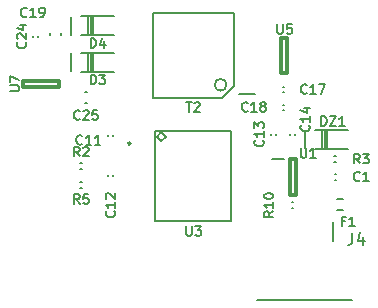
<source format=gbr>
G04 #@! TF.GenerationSoftware,KiCad,Pcbnew,6.0.0-rc1-unknown-5edf350~66~ubuntu18.10.1*
G04 #@! TF.CreationDate,2019-02-07T09:47:30-05:00
G04 #@! TF.ProjectId,current_sensor,63757272-656e-4745-9f73-656e736f722e,rev?*
G04 #@! TF.SameCoordinates,Original*
G04 #@! TF.FileFunction,Legend,Top*
G04 #@! TF.FilePolarity,Positive*
%FSLAX46Y46*%
G04 Gerber Fmt 4.6, Leading zero omitted, Abs format (unit mm)*
G04 Created by KiCad (PCBNEW 6.0.0-rc1-unknown-5edf350~66~ubuntu18.10.1) date 2019-02-07 09:47:30*
%MOMM*%
%LPD*%
G04 APERTURE LIST*
%ADD10C,0.150000*%
%ADD11C,0.350000*%
G04 APERTURE END LIST*
D10*
X147500000Y-76100000D02*
X150300000Y-76100000D01*
X148100000Y-76100000D02*
X148100000Y-77700000D01*
X148300000Y-77700000D02*
X148300000Y-76100000D01*
X148500000Y-76100000D02*
X148500000Y-77700000D01*
X150300000Y-77700000D02*
X147500000Y-77700000D01*
X146650000Y-76150000D02*
X146650000Y-77650000D01*
X165471000Y-88754000D02*
X165329000Y-88754000D01*
X165329000Y-88754000D02*
X165471000Y-88754000D01*
X165471000Y-89246000D02*
X165329000Y-89246000D01*
X165329000Y-89246000D02*
X165471000Y-89246000D01*
X169129000Y-89371000D02*
X169671000Y-89371000D01*
X169671000Y-89371000D02*
X169129000Y-89371000D01*
X169129000Y-88429000D02*
X169671000Y-88429000D01*
X169671000Y-88429000D02*
X169129000Y-88429000D01*
X166450000Y-82650000D02*
X166450000Y-84150000D01*
X170100000Y-84200000D02*
X167300000Y-84200000D01*
X168300000Y-82600000D02*
X168300000Y-84200000D01*
X168100000Y-84200000D02*
X168100000Y-82600000D01*
X167900000Y-82600000D02*
X167900000Y-84200000D01*
X167300000Y-82600000D02*
X170100000Y-82600000D01*
X169046000Y-86379000D02*
X168954000Y-86379000D01*
X168954000Y-86379000D02*
X169046000Y-86379000D01*
X169046000Y-86821000D02*
X168954000Y-86821000D01*
X168954000Y-86821000D02*
X169046000Y-86821000D01*
X168800000Y-92000000D02*
X168800000Y-90400000D01*
X170400000Y-97000000D02*
X162400000Y-97000000D01*
X164650000Y-85100000D02*
X163650000Y-85100000D01*
D11*
X165150000Y-85100000D02*
X165650000Y-85100000D01*
X165650000Y-85100000D02*
X165650000Y-88100000D01*
X165650000Y-88100000D02*
X165150000Y-88100000D01*
X165150000Y-88100000D02*
X165150000Y-85100000D01*
D10*
X159400000Y-79900000D02*
X153600000Y-79900000D01*
X153600000Y-79900000D02*
X153600000Y-72700000D01*
X153600000Y-72700000D02*
X160400000Y-72700000D01*
X160400000Y-72700000D02*
X160400000Y-78900000D01*
X160400000Y-78900000D02*
X159400000Y-79900000D01*
X162200000Y-79600000D02*
X160900000Y-79600000D01*
X160900000Y-79600000D02*
X160900000Y-79600000D01*
X159800000Y-78800000D02*
G75*
G03X159800000Y-78800000I-500000J0D01*
G01*
X163579000Y-82954000D02*
X163579000Y-83046000D01*
X163579000Y-83046000D02*
X163579000Y-82954000D01*
X164021000Y-82954000D02*
X164021000Y-83046000D01*
X164021000Y-83046000D02*
X164021000Y-82954000D01*
X150221000Y-83146000D02*
X150221000Y-83054000D01*
X150221000Y-83054000D02*
X150221000Y-83146000D01*
X149779000Y-83146000D02*
X149779000Y-83054000D01*
X149779000Y-83054000D02*
X149779000Y-83146000D01*
X150221000Y-86546000D02*
X150221000Y-86454000D01*
X150221000Y-86454000D02*
X150221000Y-86546000D01*
X149779000Y-86546000D02*
X149779000Y-86454000D01*
X149779000Y-86454000D02*
X149779000Y-86546000D01*
X143821000Y-74746000D02*
X143821000Y-74654000D01*
X143821000Y-74654000D02*
X143821000Y-74746000D01*
X143379000Y-74746000D02*
X143379000Y-74654000D01*
X143379000Y-74654000D02*
X143379000Y-74746000D01*
X164554000Y-80921000D02*
X164646000Y-80921000D01*
X164646000Y-80921000D02*
X164554000Y-80921000D01*
X164554000Y-80479000D02*
X164646000Y-80479000D01*
X164646000Y-80479000D02*
X164554000Y-80479000D01*
X164646000Y-78979000D02*
X164554000Y-78979000D01*
X164554000Y-78979000D02*
X164646000Y-78979000D01*
X164646000Y-79421000D02*
X164554000Y-79421000D01*
X164554000Y-79421000D02*
X164646000Y-79421000D01*
X165179000Y-82954000D02*
X165179000Y-83046000D01*
X165179000Y-83046000D02*
X165179000Y-82954000D01*
X165621000Y-82954000D02*
X165621000Y-83046000D01*
X165621000Y-83046000D02*
X165621000Y-82954000D01*
X144829000Y-74429000D02*
X144829000Y-74571000D01*
X144829000Y-74571000D02*
X144829000Y-74429000D01*
X145771000Y-74429000D02*
X145771000Y-74571000D01*
X145771000Y-74571000D02*
X145771000Y-74429000D01*
X147829000Y-80371000D02*
X147971000Y-80371000D01*
X147971000Y-80371000D02*
X147829000Y-80371000D01*
X147829000Y-79429000D02*
X147971000Y-79429000D01*
X147971000Y-79429000D02*
X147829000Y-79429000D01*
X168929000Y-85346000D02*
X169071000Y-85346000D01*
X169071000Y-85346000D02*
X168929000Y-85346000D01*
X168929000Y-84854000D02*
X169071000Y-84854000D01*
X169071000Y-84854000D02*
X168929000Y-84854000D01*
X147571000Y-87054000D02*
X147429000Y-87054000D01*
X147429000Y-87054000D02*
X147571000Y-87054000D01*
X147571000Y-87546000D02*
X147429000Y-87546000D01*
X147429000Y-87546000D02*
X147571000Y-87546000D01*
X147571000Y-85454000D02*
X147429000Y-85454000D01*
X147429000Y-85454000D02*
X147571000Y-85454000D01*
X147571000Y-85946000D02*
X147429000Y-85946000D01*
X147429000Y-85946000D02*
X147571000Y-85946000D01*
X160217000Y-82675000D02*
X153783000Y-82675000D01*
X153783000Y-82675000D02*
X153783000Y-90325000D01*
X153783000Y-90325000D02*
X160217000Y-90325000D01*
X160217000Y-90325000D02*
X160217000Y-82675000D01*
X151452000Y-83741000D02*
X151579000Y-83614000D01*
X151579000Y-83614000D02*
X151706000Y-83741000D01*
X151706000Y-83741000D02*
X151579000Y-83868000D01*
X151579000Y-83868000D02*
X151452000Y-83741000D01*
X153910000Y-83183000D02*
X154291000Y-82802000D01*
X154291000Y-82802000D02*
X154672000Y-83183000D01*
X154672000Y-83183000D02*
X154291000Y-83564000D01*
X154291000Y-83564000D02*
X153910000Y-83183000D01*
X146650000Y-73050000D02*
X146650000Y-74550000D01*
X150300000Y-74600000D02*
X147500000Y-74600000D01*
X148500000Y-73000000D02*
X148500000Y-74600000D01*
X148300000Y-74600000D02*
X148300000Y-73000000D01*
X148100000Y-73000000D02*
X148100000Y-74600000D01*
X147500000Y-73000000D02*
X150300000Y-73000000D01*
D11*
X142600000Y-78450000D02*
X145600000Y-78450000D01*
X142600000Y-78950000D02*
X142600000Y-78450000D01*
X145600000Y-78950000D02*
X142600000Y-78950000D01*
X145600000Y-78450000D02*
X145600000Y-78950000D01*
X164450000Y-74800000D02*
X164950000Y-74800000D01*
X164950000Y-74800000D02*
X164950000Y-77800000D01*
X164950000Y-77800000D02*
X164450000Y-77800000D01*
X164450000Y-77800000D02*
X164450000Y-74800000D01*
D10*
X148309523Y-78761904D02*
X148309523Y-77961904D01*
X148500000Y-77961904D01*
X148614285Y-78000000D01*
X148690476Y-78076190D01*
X148728571Y-78152380D01*
X148766666Y-78304761D01*
X148766666Y-78419047D01*
X148728571Y-78571428D01*
X148690476Y-78647619D01*
X148614285Y-78723809D01*
X148500000Y-78761904D01*
X148309523Y-78761904D01*
X149033333Y-77961904D02*
X149528571Y-77961904D01*
X149261904Y-78266666D01*
X149376190Y-78266666D01*
X149452380Y-78304761D01*
X149490476Y-78342857D01*
X149528571Y-78419047D01*
X149528571Y-78609523D01*
X149490476Y-78685714D01*
X149452380Y-78723809D01*
X149376190Y-78761904D01*
X149147619Y-78761904D01*
X149071428Y-78723809D01*
X149033333Y-78685714D01*
X163761904Y-89514285D02*
X163380952Y-89780952D01*
X163761904Y-89971428D02*
X162961904Y-89971428D01*
X162961904Y-89666666D01*
X163000000Y-89590476D01*
X163038095Y-89552380D01*
X163114285Y-89514285D01*
X163228571Y-89514285D01*
X163304761Y-89552380D01*
X163342857Y-89590476D01*
X163380952Y-89666666D01*
X163380952Y-89971428D01*
X163761904Y-88752380D02*
X163761904Y-89209523D01*
X163761904Y-88980952D02*
X162961904Y-88980952D01*
X163076190Y-89057142D01*
X163152380Y-89133333D01*
X163190476Y-89209523D01*
X162961904Y-88257142D02*
X162961904Y-88180952D01*
X163000000Y-88104761D01*
X163038095Y-88066666D01*
X163114285Y-88028571D01*
X163266666Y-87990476D01*
X163457142Y-87990476D01*
X163609523Y-88028571D01*
X163685714Y-88066666D01*
X163723809Y-88104761D01*
X163761904Y-88180952D01*
X163761904Y-88257142D01*
X163723809Y-88333333D01*
X163685714Y-88371428D01*
X163609523Y-88409523D01*
X163457142Y-88447619D01*
X163266666Y-88447619D01*
X163114285Y-88409523D01*
X163038095Y-88371428D01*
X163000000Y-88333333D01*
X162961904Y-88257142D01*
X169833333Y-90342857D02*
X169566666Y-90342857D01*
X169566666Y-90761904D02*
X169566666Y-89961904D01*
X169947619Y-89961904D01*
X170671428Y-90761904D02*
X170214285Y-90761904D01*
X170442857Y-90761904D02*
X170442857Y-89961904D01*
X170366666Y-90076190D01*
X170290476Y-90152380D01*
X170214285Y-90190476D01*
X167828571Y-82261904D02*
X167828571Y-81461904D01*
X168019047Y-81461904D01*
X168133333Y-81500000D01*
X168209523Y-81576190D01*
X168247619Y-81652380D01*
X168285714Y-81804761D01*
X168285714Y-81919047D01*
X168247619Y-82071428D01*
X168209523Y-82147619D01*
X168133333Y-82223809D01*
X168019047Y-82261904D01*
X167828571Y-82261904D01*
X168552380Y-81461904D02*
X169085714Y-81461904D01*
X168552380Y-82261904D01*
X169085714Y-82261904D01*
X169809523Y-82261904D02*
X169352380Y-82261904D01*
X169580952Y-82261904D02*
X169580952Y-81461904D01*
X169504761Y-81576190D01*
X169428571Y-81652380D01*
X169352380Y-81690476D01*
X171066666Y-86885714D02*
X171028571Y-86923809D01*
X170914285Y-86961904D01*
X170838095Y-86961904D01*
X170723809Y-86923809D01*
X170647619Y-86847619D01*
X170609523Y-86771428D01*
X170571428Y-86619047D01*
X170571428Y-86504761D01*
X170609523Y-86352380D01*
X170647619Y-86276190D01*
X170723809Y-86200000D01*
X170838095Y-86161904D01*
X170914285Y-86161904D01*
X171028571Y-86200000D01*
X171066666Y-86238095D01*
X171828571Y-86961904D02*
X171371428Y-86961904D01*
X171600000Y-86961904D02*
X171600000Y-86161904D01*
X171523809Y-86276190D01*
X171447619Y-86352380D01*
X171371428Y-86390476D01*
X170466666Y-91352380D02*
X170466666Y-92066666D01*
X170419047Y-92209523D01*
X170323809Y-92304761D01*
X170180952Y-92352380D01*
X170085714Y-92352380D01*
X171371428Y-91685714D02*
X171371428Y-92352380D01*
X171133333Y-91304761D02*
X170895238Y-92019047D01*
X171514285Y-92019047D01*
X166090476Y-84161904D02*
X166090476Y-84809523D01*
X166128571Y-84885714D01*
X166166666Y-84923809D01*
X166242857Y-84961904D01*
X166395238Y-84961904D01*
X166471428Y-84923809D01*
X166509523Y-84885714D01*
X166547619Y-84809523D01*
X166547619Y-84161904D01*
X167347619Y-84961904D02*
X166890476Y-84961904D01*
X167119047Y-84961904D02*
X167119047Y-84161904D01*
X167042857Y-84276190D01*
X166966666Y-84352380D01*
X166890476Y-84390476D01*
X156390476Y-80261904D02*
X156847619Y-80261904D01*
X156619047Y-81061904D02*
X156619047Y-80261904D01*
X157076190Y-80338095D02*
X157114285Y-80300000D01*
X157190476Y-80261904D01*
X157380952Y-80261904D01*
X157457142Y-80300000D01*
X157495238Y-80338095D01*
X157533333Y-80414285D01*
X157533333Y-80490476D01*
X157495238Y-80604761D01*
X157038095Y-81061904D01*
X157533333Y-81061904D01*
X162885714Y-83514285D02*
X162923809Y-83552380D01*
X162961904Y-83666666D01*
X162961904Y-83742857D01*
X162923809Y-83857142D01*
X162847619Y-83933333D01*
X162771428Y-83971428D01*
X162619047Y-84009523D01*
X162504761Y-84009523D01*
X162352380Y-83971428D01*
X162276190Y-83933333D01*
X162200000Y-83857142D01*
X162161904Y-83742857D01*
X162161904Y-83666666D01*
X162200000Y-83552380D01*
X162238095Y-83514285D01*
X162961904Y-82752380D02*
X162961904Y-83209523D01*
X162961904Y-82980952D02*
X162161904Y-82980952D01*
X162276190Y-83057142D01*
X162352380Y-83133333D01*
X162390476Y-83209523D01*
X162161904Y-82485714D02*
X162161904Y-81990476D01*
X162466666Y-82257142D01*
X162466666Y-82142857D01*
X162504761Y-82066666D01*
X162542857Y-82028571D01*
X162619047Y-81990476D01*
X162809523Y-81990476D01*
X162885714Y-82028571D01*
X162923809Y-82066666D01*
X162961904Y-82142857D01*
X162961904Y-82371428D01*
X162923809Y-82447619D01*
X162885714Y-82485714D01*
X147585714Y-83785714D02*
X147547619Y-83823809D01*
X147433333Y-83861904D01*
X147357142Y-83861904D01*
X147242857Y-83823809D01*
X147166666Y-83747619D01*
X147128571Y-83671428D01*
X147090476Y-83519047D01*
X147090476Y-83404761D01*
X147128571Y-83252380D01*
X147166666Y-83176190D01*
X147242857Y-83100000D01*
X147357142Y-83061904D01*
X147433333Y-83061904D01*
X147547619Y-83100000D01*
X147585714Y-83138095D01*
X148347619Y-83861904D02*
X147890476Y-83861904D01*
X148119047Y-83861904D02*
X148119047Y-83061904D01*
X148042857Y-83176190D01*
X147966666Y-83252380D01*
X147890476Y-83290476D01*
X149109523Y-83861904D02*
X148652380Y-83861904D01*
X148880952Y-83861904D02*
X148880952Y-83061904D01*
X148804761Y-83176190D01*
X148728571Y-83252380D01*
X148652380Y-83290476D01*
X150285714Y-89514285D02*
X150323809Y-89552380D01*
X150361904Y-89666666D01*
X150361904Y-89742857D01*
X150323809Y-89857142D01*
X150247619Y-89933333D01*
X150171428Y-89971428D01*
X150019047Y-90009523D01*
X149904761Y-90009523D01*
X149752380Y-89971428D01*
X149676190Y-89933333D01*
X149600000Y-89857142D01*
X149561904Y-89742857D01*
X149561904Y-89666666D01*
X149600000Y-89552380D01*
X149638095Y-89514285D01*
X150361904Y-88752380D02*
X150361904Y-89209523D01*
X150361904Y-88980952D02*
X149561904Y-88980952D01*
X149676190Y-89057142D01*
X149752380Y-89133333D01*
X149790476Y-89209523D01*
X149638095Y-88447619D02*
X149600000Y-88409523D01*
X149561904Y-88333333D01*
X149561904Y-88142857D01*
X149600000Y-88066666D01*
X149638095Y-88028571D01*
X149714285Y-87990476D01*
X149790476Y-87990476D01*
X149904761Y-88028571D01*
X150361904Y-88485714D01*
X150361904Y-87990476D01*
X142785714Y-75214285D02*
X142823809Y-75252380D01*
X142861904Y-75366666D01*
X142861904Y-75442857D01*
X142823809Y-75557142D01*
X142747619Y-75633333D01*
X142671428Y-75671428D01*
X142519047Y-75709523D01*
X142404761Y-75709523D01*
X142252380Y-75671428D01*
X142176190Y-75633333D01*
X142100000Y-75557142D01*
X142061904Y-75442857D01*
X142061904Y-75366666D01*
X142100000Y-75252380D01*
X142138095Y-75214285D01*
X142138095Y-74909523D02*
X142100000Y-74871428D01*
X142061904Y-74795238D01*
X142061904Y-74604761D01*
X142100000Y-74528571D01*
X142138095Y-74490476D01*
X142214285Y-74452380D01*
X142290476Y-74452380D01*
X142404761Y-74490476D01*
X142861904Y-74947619D01*
X142861904Y-74452380D01*
X142328571Y-73766666D02*
X142861904Y-73766666D01*
X142023809Y-73957142D02*
X142595238Y-74147619D01*
X142595238Y-73652380D01*
X161585714Y-80985714D02*
X161547619Y-81023809D01*
X161433333Y-81061904D01*
X161357142Y-81061904D01*
X161242857Y-81023809D01*
X161166666Y-80947619D01*
X161128571Y-80871428D01*
X161090476Y-80719047D01*
X161090476Y-80604761D01*
X161128571Y-80452380D01*
X161166666Y-80376190D01*
X161242857Y-80300000D01*
X161357142Y-80261904D01*
X161433333Y-80261904D01*
X161547619Y-80300000D01*
X161585714Y-80338095D01*
X162347619Y-81061904D02*
X161890476Y-81061904D01*
X162119047Y-81061904D02*
X162119047Y-80261904D01*
X162042857Y-80376190D01*
X161966666Y-80452380D01*
X161890476Y-80490476D01*
X162804761Y-80604761D02*
X162728571Y-80566666D01*
X162690476Y-80528571D01*
X162652380Y-80452380D01*
X162652380Y-80414285D01*
X162690476Y-80338095D01*
X162728571Y-80300000D01*
X162804761Y-80261904D01*
X162957142Y-80261904D01*
X163033333Y-80300000D01*
X163071428Y-80338095D01*
X163109523Y-80414285D01*
X163109523Y-80452380D01*
X163071428Y-80528571D01*
X163033333Y-80566666D01*
X162957142Y-80604761D01*
X162804761Y-80604761D01*
X162728571Y-80642857D01*
X162690476Y-80680952D01*
X162652380Y-80757142D01*
X162652380Y-80909523D01*
X162690476Y-80985714D01*
X162728571Y-81023809D01*
X162804761Y-81061904D01*
X162957142Y-81061904D01*
X163033333Y-81023809D01*
X163071428Y-80985714D01*
X163109523Y-80909523D01*
X163109523Y-80757142D01*
X163071428Y-80680952D01*
X163033333Y-80642857D01*
X162957142Y-80604761D01*
X166585714Y-79485714D02*
X166547619Y-79523809D01*
X166433333Y-79561904D01*
X166357142Y-79561904D01*
X166242857Y-79523809D01*
X166166666Y-79447619D01*
X166128571Y-79371428D01*
X166090476Y-79219047D01*
X166090476Y-79104761D01*
X166128571Y-78952380D01*
X166166666Y-78876190D01*
X166242857Y-78800000D01*
X166357142Y-78761904D01*
X166433333Y-78761904D01*
X166547619Y-78800000D01*
X166585714Y-78838095D01*
X167347619Y-79561904D02*
X166890476Y-79561904D01*
X167119047Y-79561904D02*
X167119047Y-78761904D01*
X167042857Y-78876190D01*
X166966666Y-78952380D01*
X166890476Y-78990476D01*
X167614285Y-78761904D02*
X168147619Y-78761904D01*
X167804761Y-79561904D01*
X166785714Y-82214285D02*
X166823809Y-82252380D01*
X166861904Y-82366666D01*
X166861904Y-82442857D01*
X166823809Y-82557142D01*
X166747619Y-82633333D01*
X166671428Y-82671428D01*
X166519047Y-82709523D01*
X166404761Y-82709523D01*
X166252380Y-82671428D01*
X166176190Y-82633333D01*
X166100000Y-82557142D01*
X166061904Y-82442857D01*
X166061904Y-82366666D01*
X166100000Y-82252380D01*
X166138095Y-82214285D01*
X166861904Y-81452380D02*
X166861904Y-81909523D01*
X166861904Y-81680952D02*
X166061904Y-81680952D01*
X166176190Y-81757142D01*
X166252380Y-81833333D01*
X166290476Y-81909523D01*
X166328571Y-80766666D02*
X166861904Y-80766666D01*
X166023809Y-80957142D02*
X166595238Y-81147619D01*
X166595238Y-80652380D01*
X142885714Y-72985714D02*
X142847619Y-73023809D01*
X142733333Y-73061904D01*
X142657142Y-73061904D01*
X142542857Y-73023809D01*
X142466666Y-72947619D01*
X142428571Y-72871428D01*
X142390476Y-72719047D01*
X142390476Y-72604761D01*
X142428571Y-72452380D01*
X142466666Y-72376190D01*
X142542857Y-72300000D01*
X142657142Y-72261904D01*
X142733333Y-72261904D01*
X142847619Y-72300000D01*
X142885714Y-72338095D01*
X143647619Y-73061904D02*
X143190476Y-73061904D01*
X143419047Y-73061904D02*
X143419047Y-72261904D01*
X143342857Y-72376190D01*
X143266666Y-72452380D01*
X143190476Y-72490476D01*
X144028571Y-73061904D02*
X144180952Y-73061904D01*
X144257142Y-73023809D01*
X144295238Y-72985714D01*
X144371428Y-72871428D01*
X144409523Y-72719047D01*
X144409523Y-72414285D01*
X144371428Y-72338095D01*
X144333333Y-72300000D01*
X144257142Y-72261904D01*
X144104761Y-72261904D01*
X144028571Y-72300000D01*
X143990476Y-72338095D01*
X143952380Y-72414285D01*
X143952380Y-72604761D01*
X143990476Y-72680952D01*
X144028571Y-72719047D01*
X144104761Y-72757142D01*
X144257142Y-72757142D01*
X144333333Y-72719047D01*
X144371428Y-72680952D01*
X144409523Y-72604761D01*
X147385714Y-81685714D02*
X147347619Y-81723809D01*
X147233333Y-81761904D01*
X147157142Y-81761904D01*
X147042857Y-81723809D01*
X146966666Y-81647619D01*
X146928571Y-81571428D01*
X146890476Y-81419047D01*
X146890476Y-81304761D01*
X146928571Y-81152380D01*
X146966666Y-81076190D01*
X147042857Y-81000000D01*
X147157142Y-80961904D01*
X147233333Y-80961904D01*
X147347619Y-81000000D01*
X147385714Y-81038095D01*
X147690476Y-81038095D02*
X147728571Y-81000000D01*
X147804761Y-80961904D01*
X147995238Y-80961904D01*
X148071428Y-81000000D01*
X148109523Y-81038095D01*
X148147619Y-81114285D01*
X148147619Y-81190476D01*
X148109523Y-81304761D01*
X147652380Y-81761904D01*
X148147619Y-81761904D01*
X148871428Y-80961904D02*
X148490476Y-80961904D01*
X148452380Y-81342857D01*
X148490476Y-81304761D01*
X148566666Y-81266666D01*
X148757142Y-81266666D01*
X148833333Y-81304761D01*
X148871428Y-81342857D01*
X148909523Y-81419047D01*
X148909523Y-81609523D01*
X148871428Y-81685714D01*
X148833333Y-81723809D01*
X148757142Y-81761904D01*
X148566666Y-81761904D01*
X148490476Y-81723809D01*
X148452380Y-81685714D01*
X171066666Y-85461904D02*
X170800000Y-85080952D01*
X170609523Y-85461904D02*
X170609523Y-84661904D01*
X170914285Y-84661904D01*
X170990476Y-84700000D01*
X171028571Y-84738095D01*
X171066666Y-84814285D01*
X171066666Y-84928571D01*
X171028571Y-85004761D01*
X170990476Y-85042857D01*
X170914285Y-85080952D01*
X170609523Y-85080952D01*
X171333333Y-84661904D02*
X171828571Y-84661904D01*
X171561904Y-84966666D01*
X171676190Y-84966666D01*
X171752380Y-85004761D01*
X171790476Y-85042857D01*
X171828571Y-85119047D01*
X171828571Y-85309523D01*
X171790476Y-85385714D01*
X171752380Y-85423809D01*
X171676190Y-85461904D01*
X171447619Y-85461904D01*
X171371428Y-85423809D01*
X171333333Y-85385714D01*
X147366666Y-88861904D02*
X147100000Y-88480952D01*
X146909523Y-88861904D02*
X146909523Y-88061904D01*
X147214285Y-88061904D01*
X147290476Y-88100000D01*
X147328571Y-88138095D01*
X147366666Y-88214285D01*
X147366666Y-88328571D01*
X147328571Y-88404761D01*
X147290476Y-88442857D01*
X147214285Y-88480952D01*
X146909523Y-88480952D01*
X148090476Y-88061904D02*
X147709523Y-88061904D01*
X147671428Y-88442857D01*
X147709523Y-88404761D01*
X147785714Y-88366666D01*
X147976190Y-88366666D01*
X148052380Y-88404761D01*
X148090476Y-88442857D01*
X148128571Y-88519047D01*
X148128571Y-88709523D01*
X148090476Y-88785714D01*
X148052380Y-88823809D01*
X147976190Y-88861904D01*
X147785714Y-88861904D01*
X147709523Y-88823809D01*
X147671428Y-88785714D01*
X147366666Y-84861904D02*
X147100000Y-84480952D01*
X146909523Y-84861904D02*
X146909523Y-84061904D01*
X147214285Y-84061904D01*
X147290476Y-84100000D01*
X147328571Y-84138095D01*
X147366666Y-84214285D01*
X147366666Y-84328571D01*
X147328571Y-84404761D01*
X147290476Y-84442857D01*
X147214285Y-84480952D01*
X146909523Y-84480952D01*
X147671428Y-84138095D02*
X147709523Y-84100000D01*
X147785714Y-84061904D01*
X147976190Y-84061904D01*
X148052380Y-84100000D01*
X148090476Y-84138095D01*
X148128571Y-84214285D01*
X148128571Y-84290476D01*
X148090476Y-84404761D01*
X147633333Y-84861904D01*
X148128571Y-84861904D01*
X156390476Y-90761904D02*
X156390476Y-91409523D01*
X156428571Y-91485714D01*
X156466666Y-91523809D01*
X156542857Y-91561904D01*
X156695238Y-91561904D01*
X156771428Y-91523809D01*
X156809523Y-91485714D01*
X156847619Y-91409523D01*
X156847619Y-90761904D01*
X157152380Y-90761904D02*
X157647619Y-90761904D01*
X157380952Y-91066666D01*
X157495238Y-91066666D01*
X157571428Y-91104761D01*
X157609523Y-91142857D01*
X157647619Y-91219047D01*
X157647619Y-91409523D01*
X157609523Y-91485714D01*
X157571428Y-91523809D01*
X157495238Y-91561904D01*
X157266666Y-91561904D01*
X157190476Y-91523809D01*
X157152380Y-91485714D01*
X148309523Y-75661904D02*
X148309523Y-74861904D01*
X148500000Y-74861904D01*
X148614285Y-74900000D01*
X148690476Y-74976190D01*
X148728571Y-75052380D01*
X148766666Y-75204761D01*
X148766666Y-75319047D01*
X148728571Y-75471428D01*
X148690476Y-75547619D01*
X148614285Y-75623809D01*
X148500000Y-75661904D01*
X148309523Y-75661904D01*
X149452380Y-75128571D02*
X149452380Y-75661904D01*
X149261904Y-74823809D02*
X149071428Y-75395238D01*
X149566666Y-75395238D01*
X141461904Y-79309523D02*
X142109523Y-79309523D01*
X142185714Y-79271428D01*
X142223809Y-79233333D01*
X142261904Y-79157142D01*
X142261904Y-79004761D01*
X142223809Y-78928571D01*
X142185714Y-78890476D01*
X142109523Y-78852380D01*
X141461904Y-78852380D01*
X141461904Y-78547619D02*
X141461904Y-78014285D01*
X142261904Y-78357142D01*
X164090476Y-73661904D02*
X164090476Y-74309523D01*
X164128571Y-74385714D01*
X164166666Y-74423809D01*
X164242857Y-74461904D01*
X164395238Y-74461904D01*
X164471428Y-74423809D01*
X164509523Y-74385714D01*
X164547619Y-74309523D01*
X164547619Y-73661904D01*
X165309523Y-73661904D02*
X164928571Y-73661904D01*
X164890476Y-74042857D01*
X164928571Y-74004761D01*
X165004761Y-73966666D01*
X165195238Y-73966666D01*
X165271428Y-74004761D01*
X165309523Y-74042857D01*
X165347619Y-74119047D01*
X165347619Y-74309523D01*
X165309523Y-74385714D01*
X165271428Y-74423809D01*
X165195238Y-74461904D01*
X165004761Y-74461904D01*
X164928571Y-74423809D01*
X164890476Y-74385714D01*
M02*

</source>
